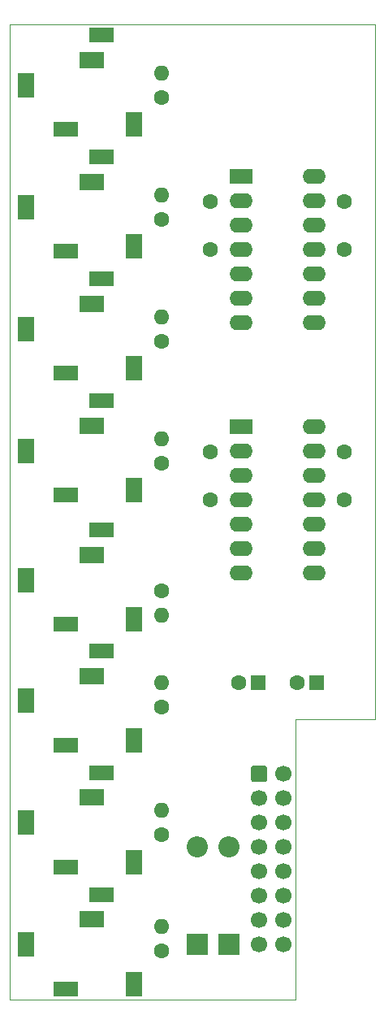
<source format=gbr>
G04 #@! TF.GenerationSoftware,KiCad,Pcbnew,(5.1.10)-1*
G04 #@! TF.CreationDate,2021-09-02T21:11:49+02:00*
G04 #@! TF.ProjectId,Buffered Multiple Main,42756666-6572-4656-9420-4d756c746970,rev?*
G04 #@! TF.SameCoordinates,Original*
G04 #@! TF.FileFunction,Soldermask,Top*
G04 #@! TF.FilePolarity,Negative*
%FSLAX46Y46*%
G04 Gerber Fmt 4.6, Leading zero omitted, Abs format (unit mm)*
G04 Created by KiCad (PCBNEW (5.1.10)-1) date 2021-09-02 21:11:49*
%MOMM*%
%LPD*%
G01*
G04 APERTURE LIST*
G04 #@! TA.AperFunction,Profile*
%ADD10C,0.050000*%
G04 #@! TD*
%ADD11O,1.600000X1.600000*%
%ADD12C,1.600000*%
%ADD13O,2.400000X1.600000*%
%ADD14R,2.400000X1.600000*%
%ADD15O,2.200000X2.200000*%
%ADD16R,2.200000X2.200000*%
%ADD17R,2.500000X1.500000*%
%ADD18R,1.800000X2.500000*%
%ADD19R,2.500000X1.800000*%
%ADD20C,1.700000*%
%ADD21R,1.600000X1.600000*%
G04 APERTURE END LIST*
D10*
X29845000Y-72390000D02*
X29845000Y-101600000D01*
X38100000Y-72390000D02*
X29845000Y-72390000D01*
X0Y-101600000D02*
X0Y0D01*
X29845000Y-101600000D02*
X0Y-101600000D01*
X38100000Y0D02*
X38100000Y-72390000D01*
X0Y0D02*
X38100000Y0D01*
D11*
X15875000Y-93980000D03*
D12*
X15875000Y-96520000D03*
D11*
X15875000Y-43180000D03*
D12*
X15875000Y-45720000D03*
D11*
X15875000Y-61595000D03*
D12*
X15875000Y-59055000D03*
D11*
X15875000Y-81915000D03*
D12*
X15875000Y-84455000D03*
D11*
X15875000Y-68580000D03*
D12*
X15875000Y-71120000D03*
D11*
X15875000Y-30480000D03*
D12*
X15875000Y-33020000D03*
D11*
X15875000Y-17780000D03*
D12*
X15875000Y-20320000D03*
D11*
X15875000Y-5080000D03*
D12*
X15875000Y-7620000D03*
D13*
X31750000Y-41910000D03*
X24130000Y-57150000D03*
X31750000Y-44450000D03*
X24130000Y-54610000D03*
X31750000Y-46990000D03*
X24130000Y-52070000D03*
X31750000Y-49530000D03*
X24130000Y-49530000D03*
X31750000Y-52070000D03*
X24130000Y-46990000D03*
X31750000Y-54610000D03*
X24130000Y-44450000D03*
X31750000Y-57150000D03*
D14*
X24130000Y-41910000D03*
D15*
X22860000Y-85725000D03*
D16*
X22860000Y-95885000D03*
D15*
X19558000Y-85725000D03*
D16*
X19558000Y-95885000D03*
D12*
X34925000Y-49530000D03*
X34925000Y-44530000D03*
X20955000Y-44530000D03*
X20955000Y-49530000D03*
D17*
X5900000Y-100485000D03*
X9600000Y-90685000D03*
D18*
X13000000Y-99985000D03*
D19*
X8600000Y-93285000D03*
D18*
X1700000Y-95885000D03*
D17*
X5900000Y-49050000D03*
X9600000Y-39250000D03*
D18*
X13000000Y-48550000D03*
D19*
X8600000Y-41850000D03*
D18*
X1700000Y-44450000D03*
D17*
X5900000Y-62512000D03*
X9600000Y-52712000D03*
D18*
X13000000Y-62012000D03*
D19*
X8600000Y-55312000D03*
D18*
X1700000Y-57912000D03*
D17*
X5900000Y-87785000D03*
X9600000Y-77985000D03*
D18*
X13000000Y-87285000D03*
D19*
X8600000Y-80585000D03*
D18*
X1700000Y-83185000D03*
D17*
X5900000Y-75100000D03*
X9600000Y-65300000D03*
D18*
X13000000Y-74600000D03*
D19*
X8600000Y-67900000D03*
D18*
X1700000Y-70500000D03*
D17*
X5900000Y-36350000D03*
X9600000Y-26550000D03*
D18*
X13000000Y-35850000D03*
D19*
X8600000Y-29150000D03*
D18*
X1700000Y-31750000D03*
D17*
X5900000Y-23650000D03*
X9600000Y-13850000D03*
D18*
X13000000Y-23150000D03*
D19*
X8600000Y-16450000D03*
D18*
X1700000Y-19050000D03*
D17*
X5900000Y-10950000D03*
X9600000Y-1150000D03*
D18*
X13000000Y-10450000D03*
D19*
X8600000Y-3750000D03*
D18*
X1700000Y-6350000D03*
D13*
X31750000Y-15875000D03*
X24130000Y-31115000D03*
X31750000Y-18415000D03*
X24130000Y-28575000D03*
X31750000Y-20955000D03*
X24130000Y-26035000D03*
X31750000Y-23495000D03*
X24130000Y-23495000D03*
X31750000Y-26035000D03*
X24130000Y-20955000D03*
X31750000Y-28575000D03*
X24130000Y-18415000D03*
X31750000Y-31115000D03*
D14*
X24130000Y-15875000D03*
D20*
X28575000Y-95885000D03*
X28575000Y-93345000D03*
X28575000Y-90805000D03*
X28575000Y-88265000D03*
X28575000Y-85725000D03*
X28575000Y-83185000D03*
X28575000Y-80645000D03*
X28575000Y-78105000D03*
X26035000Y-95885000D03*
X26035000Y-93345000D03*
X26035000Y-90805000D03*
X26035000Y-88265000D03*
X26035000Y-85725000D03*
X26035000Y-83185000D03*
X26035000Y-80645000D03*
G36*
G01*
X25185000Y-78705000D02*
X25185000Y-77505000D01*
G75*
G02*
X25435000Y-77255000I250000J0D01*
G01*
X26635000Y-77255000D01*
G75*
G02*
X26885000Y-77505000I0J-250000D01*
G01*
X26885000Y-78705000D01*
G75*
G02*
X26635000Y-78955000I-250000J0D01*
G01*
X25435000Y-78955000D01*
G75*
G02*
X25185000Y-78705000I0J250000D01*
G01*
G37*
D12*
X34925000Y-23495000D03*
X34925000Y-18495000D03*
X20955000Y-18495000D03*
X20955000Y-23495000D03*
X30004000Y-68580000D03*
D21*
X32004000Y-68580000D03*
D12*
X23908000Y-68580000D03*
D21*
X25908000Y-68580000D03*
M02*

</source>
